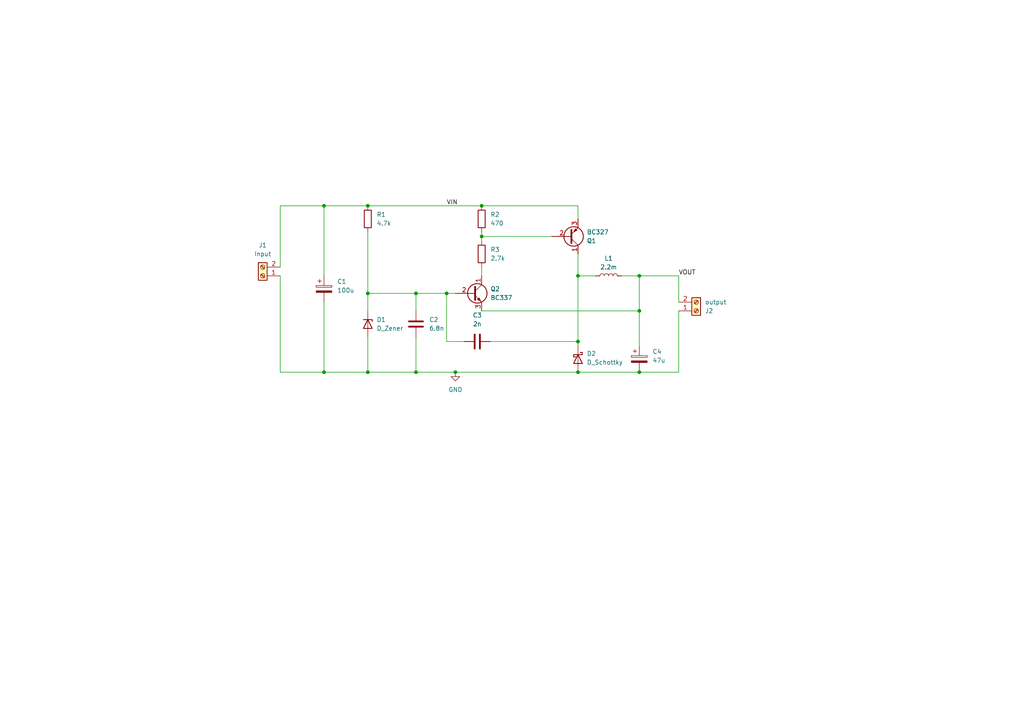
<source format=kicad_sch>
(kicad_sch (version 20230121) (generator eeschema)
  (paper "A4")
  (lib_symbols
    (symbol "Connector:Screw_Terminal_01x02" (pin_names (offset 1.016) hide)
      (property "Reference" "J" (at 0 2.54 0))
      (property "Value" "Screw_Terminal_01x02" (at 0 -5.08 0))
      (symbol "Screw_Terminal_01x02_1_1"
        (rectangle (start -1.27 1.27) (end 1.27 -3.81) (stroke (width 0.254)) (fill (type background)))
        (circle (center 0 -2.54) (radius 0.635) (stroke (width 0.1524)))
        (polyline (pts (xy -0.5334 -2.2098) (xy 0.3302 -3.048)) (stroke (width 0.1524)))
        (polyline (pts (xy -0.5334 0.3302) (xy 0.3302 -0.508)) (stroke (width 0.1524)))
        (polyline (pts (xy -0.3556 -2.032) (xy 0.508 -2.8702)) (stroke (width 0.1524)))
        (polyline (pts (xy -0.3556 0.508) (xy 0.508 -0.3302)) (stroke (width 0.1524)))
        (circle (center 0 0) (radius 0.635) (stroke (width 0.1524)))
        (pin passive line (at -5.08 0 0) (length 3.81) (name "Pin_1") (number "1"))
        (pin passive line (at -5.08 -2.54 0) (length 3.81) (name "Pin_2") (number "2"))
      )
    )
    (symbol "Device:C" (pin_numbers hide) (pin_names (offset 0.254))
      (property "Reference" "C" (at 0.635 2.54 0))
      (property "Value" "C" (at 0.635 -2.54 0))
      (symbol "C_0_1"
        (polyline (pts (xy -2.032 -0.762) (xy 2.032 -0.762)) (stroke (width 0.508)))
        (polyline (pts (xy -2.032 0.762) (xy 2.032 0.762)) (stroke (width 0.508)))
      )
      (symbol "C_1_1"
        (pin passive line (at 0 3.81 270) (length 2.794) (name "~") (number "1"))
        (pin passive line (at 0 -3.81 90) (length 2.794) (name "~") (number "2"))
      )
    )
    (symbol "Device:C_Polarized" (pin_numbers hide) (pin_names (offset 0.254))
      (property "Reference" "C" (at 0.635 2.54 0))
      (property "Value" "C_Polarized" (at 0.635 -2.54 0))
      (symbol "C_Polarized_0_1"
        (rectangle (start -2.286 0.508) (end 2.286 1.016))
        (polyline (pts (xy -1.778 2.286) (xy -0.762 2.286)))
        (polyline (pts (xy -1.27 2.794) (xy -1.27 1.778)))
        (rectangle (start 2.286 -0.508) (end -2.286 -1.016) (fill (type outline)))
      )
      (symbol "C_Polarized_1_1"
        (pin passive line (at 0 3.81 270) (length 2.794) (name "~") (number "1"))
        (pin passive line (at 0 -3.81 90) (length 2.794) (name "~") (number "2"))
      )
    )
    (symbol "Device:D_Schottky" (pin_numbers hide) (pin_names (offset 1.016) hide)
      (property "Reference" "D" (at 0 2.54 0))
      (property "Value" "D_Schottky" (at 0 -2.54 0))
      (symbol "D_Schottky_0_1"
        (polyline (pts (xy 1.27 0) (xy -1.27 0)))
        (polyline (pts (xy 1.27 1.27) (xy 1.27 -1.27) (xy -1.27 0) (xy 1.27 1.27)) (stroke (width 0.254)))
        (polyline (pts (xy -1.905 0.635) (xy -1.905 1.27) (xy -1.27 1.27) (xy -1.27 -1.27) (xy -0.635 -1.27) (xy -0.635 -0.635)) (stroke (width 0.254)))
      )
      (symbol "D_Schottky_1_1"
        (pin passive line (at -3.81 0 0) (length 2.54) (name "K") (number "1"))
        (pin passive line (at 3.81 0 180) (length 2.54) (name "A") (number "2"))
      )
    )
    (symbol "Device:D_Zener" (pin_numbers hide) (pin_names (offset 1.016) hide)
      (property "Reference" "D" (at 0 2.54 0))
      (property "Value" "D_Zener" (at 0 -2.54 0))
      (symbol "D_Zener_0_1"
        (polyline (pts (xy 1.27 0) (xy -1.27 0)))
        (polyline (pts (xy -1.27 -1.27) (xy -1.27 1.27) (xy -0.762 1.27)) (stroke (width 0.254)))
        (polyline (pts (xy 1.27 -1.27) (xy 1.27 1.27) (xy -1.27 0) (xy 1.27 -1.27)) (stroke (width 0.254)))
      )
      (symbol "D_Zener_1_1"
        (pin passive line (at -3.81 0 0) (length 2.54) (name "K") (number "1"))
        (pin passive line (at 3.81 0 180) (length 2.54) (name "A") (number "2"))
      )
    )
    (symbol "Device:L" (pin_numbers hide) (pin_names (offset 1.016) hide)
      (property "Reference" "L" (at -1.27 0 90))
      (property "Value" "L" (at 1.905 0 90))
      (symbol "L_0_1"
        (arc (start 0 -2.54) (mid 0.6323 -1.905) (end 0 -1.27))
        (arc (start 0 -1.27) (mid 0.6323 -0.635) (end 0 0))
        (arc (start 0 0) (mid 0.6323 0.635) (end 0 1.27))
        (arc (start 0 1.27) (mid 0.6323 1.905) (end 0 2.54))
      )
      (symbol "L_1_1"
        (pin passive line (at 0 3.81 270) (length 1.27) (name "1") (number "1"))
        (pin passive line (at 0 -3.81 90) (length 1.27) (name "2") (number "2"))
      )
    )
    (symbol "Device:R" (pin_numbers hide) (pin_names (offset 0))
      (property "Reference" "R" (at 2.032 0 90))
      (property "Value" "R" (at 0 0 90))
      (symbol "R_0_1"
        (rectangle (start -1.016 -2.54) (end 1.016 2.54) (stroke (width 0.254)))
      )
      (symbol "R_1_1"
        (pin passive line (at 0 3.81 270) (length 1.27) (name "~") (number "1"))
        (pin passive line (at 0 -3.81 90) (length 1.27) (name "~") (number "2"))
      )
    )
    (symbol "Transistor_BJT:BC327" (pin_names (offset 0) hide)
      (property "Reference" "Q" (at 5.08 1.905 0))
      (property "Value" "BC327" (at 5.08 0 0))
      (symbol "BC327_0_1"
        (polyline (pts (xy 0.635 0.635) (xy 2.54 2.54)))
        (polyline (pts (xy 0.635 -0.635) (xy 2.54 -2.54) (xy 2.54 -2.54)))
        (polyline (pts (xy 0.635 1.905) (xy 0.635 -1.905) (xy 0.635 -1.905)) (stroke (width 0.508)))
        (polyline (pts (xy 2.286 -1.778) (xy 1.778 -2.286) (xy 1.27 -1.27) (xy 2.286 -1.778) (xy 2.286 -1.778)) (fill (type outline)))
        (circle (center 1.27 0) (radius 2.8194) (stroke (width 0.254)))
      )
      (symbol "BC327_1_1"
        (pin passive line (at 2.54 5.08 270) (length 2.54) (name "C") (number "1"))
        (pin input line (at -5.08 0 0) (length 5.715) (name "B") (number "2"))
        (pin passive line (at 2.54 -5.08 90) (length 2.54) (name "E") (number "3"))
      )
    )
    (symbol "Transistor_BJT:BC337" (pin_names (offset 0) hide)
      (property "Reference" "Q" (at 5.08 1.905 0))
      (property "Value" "BC337" (at 5.08 0 0))
      (symbol "BC337_0_1"
        (polyline (pts (xy 0 0) (xy 0.635 0)))
        (polyline (pts (xy 0.635 0.635) (xy 2.54 2.54)))
        (polyline (pts (xy 0.635 -0.635) (xy 2.54 -2.54) (xy 2.54 -2.54)))
        (polyline (pts (xy 0.635 1.905) (xy 0.635 -1.905) (xy 0.635 -1.905)) (stroke (width 0.508)))
        (polyline (pts (xy 1.27 -1.778) (xy 1.778 -1.27) (xy 2.286 -2.286) (xy 1.27 -1.778) (xy 1.27 -1.778)) (fill (type outline)))
        (circle (center 1.27 0) (radius 2.8194) (stroke (width 0.254)))
      )
      (symbol "BC337_1_1"
        (pin passive line (at 2.54 5.08 270) (length 2.54) (name "C") (number "1"))
        (pin input line (at -5.08 0 0) (length 5.08) (name "B") (number "2"))
        (pin passive line (at 2.54 -5.08 90) (length 2.54) (name "E") (number "3"))
      )
    )
    (symbol "power:GND" (power) (pin_names (offset 0))
      (property "Value" "GND" (at 0 -3.81 0))
      (symbol "GND_0_1"
        (polyline (pts (xy 0 0) (xy 0 -1.27) (xy 1.27 -1.27) (xy 0 -2.54) (xy -1.27 -1.27) (xy 0 -1.27)))
      )
      (symbol "GND_1_1"
        (pin power_in line (at 0 0 270) (length 0) hide (name "GND") (number "1"))
      )
    )
  )
  (junction (at 139.7 59.69))
  (junction (at 185.42 80.01))
  (junction (at 132.08 107.95))
  (junction (at 167.64 99.06))
  (junction (at 167.64 107.95))
  (junction (at 129.54 85.09))
  (junction (at 120.65 107.95))
  (junction (at 106.68 85.09))
  (junction (at 120.65 85.09))
  (junction (at 93.98 59.69))
  (junction (at 106.68 107.95))
  (junction (at 185.42 90.17))
  (junction (at 93.98 107.95))
  (junction (at 139.7 68.58))
  (junction (at 167.64 80.01))
  (junction (at 185.42 107.95))
  (junction (at 106.68 59.69))
  (wire (pts (xy 139.7 68.58) (xy 139.7 69.85)))
  (wire (pts (xy 120.65 85.09) (xy 120.65 90.17)))
  (wire (pts (xy 81.28 59.69) (xy 81.28 77.47)))
  (wire (pts (xy 196.85 80.01) (xy 185.42 80.01)))
  (wire (pts (xy 139.7 67.31) (xy 139.7 68.58)))
  (wire (pts (xy 132.08 107.95) (xy 167.64 107.95)))
  (wire (pts (xy 167.64 63.5) (xy 167.64 59.69)))
  (wire (pts (xy 167.64 59.69) (xy 139.7 59.69)))
  (wire (pts (xy 167.64 73.66) (xy 167.64 80.01)))
  (wire (pts (xy 93.98 80.01) (xy 93.98 59.69)))
  (wire (pts (xy 185.42 90.17) (xy 185.42 100.33)))
  (wire (pts (xy 185.42 80.01) (xy 185.42 90.17)))
  (wire (pts (xy 106.68 59.69) (xy 139.7 59.69)))
  (wire (pts (xy 196.85 90.17) (xy 196.85 107.95)))
  (wire (pts (xy 81.28 107.95) (xy 93.98 107.95)))
  (wire (pts (xy 196.85 87.63) (xy 196.85 80.01)))
  (wire (pts (xy 93.98 107.95) (xy 106.68 107.95)))
  (wire (pts (xy 106.68 97.79) (xy 106.68 107.95)))
  (wire (pts (xy 196.85 107.95) (xy 185.42 107.95)))
  (wire (pts (xy 139.7 77.47) (xy 139.7 80.01)))
  (wire (pts (xy 134.62 99.06) (xy 129.54 99.06)))
  (wire (pts (xy 129.54 99.06) (xy 129.54 85.09)))
  (wire (pts (xy 167.64 99.06) (xy 167.64 100.33)))
  (wire (pts (xy 167.64 107.95) (xy 185.42 107.95)))
  (wire (pts (xy 106.68 85.09) (xy 120.65 85.09)))
  (wire (pts (xy 106.68 85.09) (xy 106.68 90.17)))
  (wire (pts (xy 81.28 80.01) (xy 81.28 107.95)))
  (wire (pts (xy 167.64 80.01) (xy 167.64 99.06)))
  (wire (pts (xy 129.54 85.09) (xy 132.08 85.09)))
  (wire (pts (xy 167.64 80.01) (xy 172.72 80.01)))
  (wire (pts (xy 120.65 107.95) (xy 132.08 107.95)))
  (wire (pts (xy 139.7 90.17) (xy 185.42 90.17)))
  (wire (pts (xy 120.65 85.09) (xy 129.54 85.09)))
  (wire (pts (xy 180.34 80.01) (xy 185.42 80.01)))
  (wire (pts (xy 120.65 97.79) (xy 120.65 107.95)))
  (wire (pts (xy 106.68 67.31) (xy 106.68 85.09)))
  (wire (pts (xy 81.28 59.69) (xy 93.98 59.69)))
  (wire (pts (xy 142.24 99.06) (xy 167.64 99.06)))
  (wire (pts (xy 93.98 59.69) (xy 106.68 59.69)))
  (wire (pts (xy 139.7 68.58) (xy 160.02 68.58)))
  (wire (pts (xy 93.98 87.63) (xy 93.98 107.95)))
  (wire (pts (xy 106.68 107.95) (xy 120.65 107.95)))
  (label "VOUT" (at 196.85 80.01 0))
  (label "VIN" (at 129.54 59.69 0))
  (symbol (lib_id "Device:C_Polarized") (at 93.98 83.82 0) (unit 1)
    (property "Reference" "C1" (at 97.79 81.661 0) (effects (justify left)))
    (property "Value" "100u" (at 97.79 84.201 0) (effects (justify left)))
    (property "Footprint" "Capacitor_THT:CP_Radial_D10.0mm_P2.50mm" (effects hide))
  )
  (symbol (lib_id "Device:R") (at 139.7 63.5 0) (unit 1)
    (property "Reference" "R2" (at 142.24 62.23 0) (effects (justify left)))
    (property "Value" "470" (at 142.24 64.77 0) (effects (justify left)))
    (property "Footprint" "Resistor_THT:R_Axial_DIN0411_L9.9mm_D3.6mm_P12.70mm_Horizontal" (effects hide))
  )
  (symbol (lib_id "Device:C") (at 138.43 99.06 270) (unit 1)
    (property "Reference" "C3" (at 138.43 91.44 90))
    (property "Value" "2n" (at 138.43 93.98 90))
    (property "Footprint" "Capacitor_THT:C_Rect_L7.0mm_W4.5mm_P5.00mm" (effects hide))
  )
  (symbol (lib_id "Device:D_Zener") (at 106.68 93.98 270) (unit 1)
    (property "Reference" "D1" (at 109.22 92.71 90) (effects (justify left)))
    (property "Value" "D_Zener" (at 109.22 95.25 90) (effects (justify left)))
    (property "Footprint" "Diode_THT:D_5W_P10.16mm_Horizontal" (effects hide))
  )
  (symbol (lib_id "Connector:Screw_Terminal_01x02") (at 201.93 90.17 0) (mirror x) (unit 1)
    (property "Reference" "J2" (at 204.47 90.17 0) (effects (justify left)))
    (property "Value" "output" (at 204.47 87.63 0) (effects (justify left)))
    (property "Footprint" "TerminalBlock_4Ucon:TerminalBlock_4Ucon_1x02_P3.50mm_Horizontal" (effects hide))
  )
  (symbol (lib_id "power:GND") (at 132.08 107.95 0) (unit 1)
    (property "Reference" "#PWR02" (effects hide))
    (property "Value" "GND" (at 132.08 113.03 0))
  )
  (symbol (lib_id "Device:C_Polarized") (at 185.42 104.14 0) (unit 1)
    (property "Reference" "C4" (at 189.23 101.981 0) (effects (justify left)))
    (property "Value" "47u" (at 189.23 104.521 0) (effects (justify left)))
    (property "Footprint" "Capacitor_THT:CP_Radial_D5.0mm_P2.50mm" (effects hide))
  )
  (symbol (lib_id "Transistor_BJT:BC337") (at 137.16 85.09 0) (unit 1)
    (property "Reference" "Q2" (at 142.24 83.82 0) (effects (justify left)))
    (property "Value" "BC337" (at 142.24 86.36 0) (effects (justify left)))
    (property "Footprint" "Package_TO_SOT_THT:TO-92_Inline" (effects hide))
    (property "Datasheet" "https://diotec.com/tl_files/diotec/files/pdf/datasheets/bc337.pdf" (effects hide))
  )
  (symbol (lib_id "Device:R") (at 139.7 73.66 0) (unit 1)
    (property "Reference" "R3" (at 142.24 72.39 0) (effects (justify left)))
    (property "Value" "2.7k" (at 142.24 74.93 0) (effects (justify left)))
    (property "Footprint" "Resistor_THT:R_Axial_DIN0411_L9.9mm_D3.6mm_P12.70mm_Horizontal" (effects hide))
  )
  (symbol (lib_id "Device:R") (at 106.68 63.5 0) (unit 1)
    (property "Reference" "R1" (at 109.22 62.23 0) (effects (justify left)))
    (property "Value" "4.7k" (at 109.22 64.77 0) (effects (justify left)))
    (property "Footprint" "Resistor_THT:R_Axial_DIN0411_L9.9mm_D3.6mm_P12.70mm_Horizontal" (effects hide))
  )
  (symbol (lib_id "Device:D_Schottky") (at 167.64 104.14 270) (unit 1)
    (property "Reference" "D2" (at 170.18 102.5525 90) (effects (justify left)))
    (property "Value" "D_Schottky" (at 170.18 105.0925 90) (effects (justify left)))
    (property "Footprint" "Diode_THT:D_A-405_P7.62mm_Horizontal" (effects hide))
  )
  (symbol (lib_id "Transistor_BJT:BC327") (at 165.1 68.58 0) (mirror x) (unit 1)
    (property "Reference" "Q1" (at 170.18 69.85 0) (effects (justify left)))
    (property "Value" "BC327" (at 170.18 67.31 0) (effects (justify left)))
    (property "Footprint" "Package_TO_SOT_THT:TO-92_Inline" (effects hide))
    (property "Datasheet" "http://www.onsemi.com/pub_link/Collateral/BC327-D.PDF" (effects hide))
  )
  (symbol (lib_id "Device:L") (at 176.53 80.01 90) (unit 1)
    (property "Reference" "L1" (at 176.53 74.93 90))
    (property "Value" "2.2m" (at 176.53 77.47 90))
    (property "Footprint" "Inductor_THT:L_Axial_L7.0mm_D3.3mm_P2.54mm_Vertical_Fastron_MICC" (effects hide))
  )
  (symbol (lib_id "Device:C") (at 120.65 93.98 0) (unit 1)
    (property "Reference" "C2" (at 124.46 92.71 0) (effects (justify left)))
    (property "Value" "6.8n" (at 124.46 95.25 0) (effects (justify left)))
    (property "Footprint" "Capacitor_THT:C_Rect_L7.0mm_W4.5mm_P5.00mm" (effects hide))
  )
  (symbol (lib_id "Connector:Screw_Terminal_01x02") (at 76.2 80.01 180) (unit 1)
    (property "Reference" "J1" (at 76.2 71.12 0))
    (property "Value" "Input" (at 76.2 73.66 0))
    (property "Footprint" "TerminalBlock_4Ucon:TerminalBlock_4Ucon_1x02_P3.50mm_Horizontal" (effects hide))
  )
)
</source>
